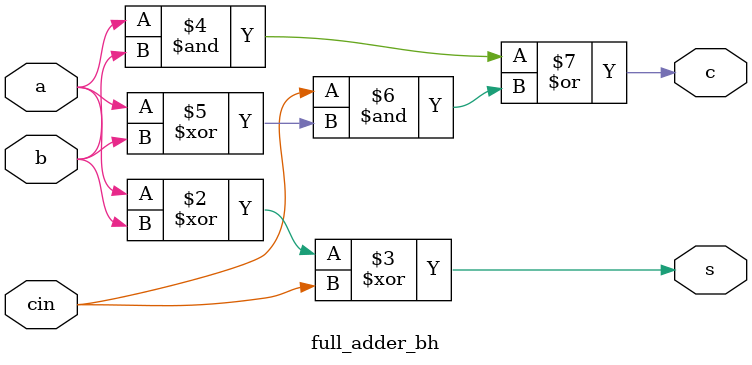
<source format=v>
module HA(sum, carry, x, y);
  input x, y;
  output sum, carry;

  xor(sum, x, y);
  and(carry, x, y);
endmodule

// structural-----------
module full_adder_st(s,c,a,b,cin);
  input a,b,cin ;
  output s,c ;
  wire N1,N2,N3;
  
  HA HA1 (N1,N2,a,b);
  HA HA2 (s,N3,N1,cin);
  or OR1 (c, N2, N3);
  
endmodule

// dataflow---------

module full_adder_df(s,c,a,b,cin);
  input a,b,cin;
  output s,c;

  assign s= a^b^cin;
  assign c = (a&b)| (cin&(a^b));

endmodule


// behavioral-----------

module full_adder_bh(s,c,a,b,cin);
  input a,b,cin ;
  output reg s,c;
   always @ (*)
   begin 
    s= a^b^cin;
    c = (a&b)| (cin&(a^b));
   end
 endmodule 
</source>
